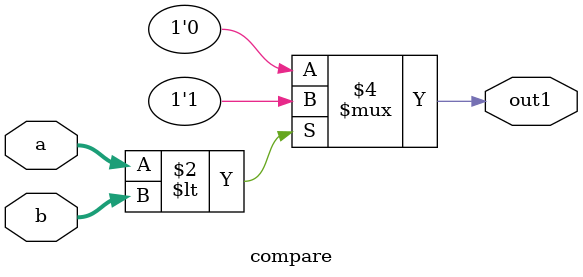
<source format=v>
module compare(a,b,out1);
input [7:0]a;
input [7:0]b;
output out1;
reg out1;
always@(a,b)
begin
if(a<b)
out1=1'b1;
else
out1=1'b0;
end
endmodule
</source>
